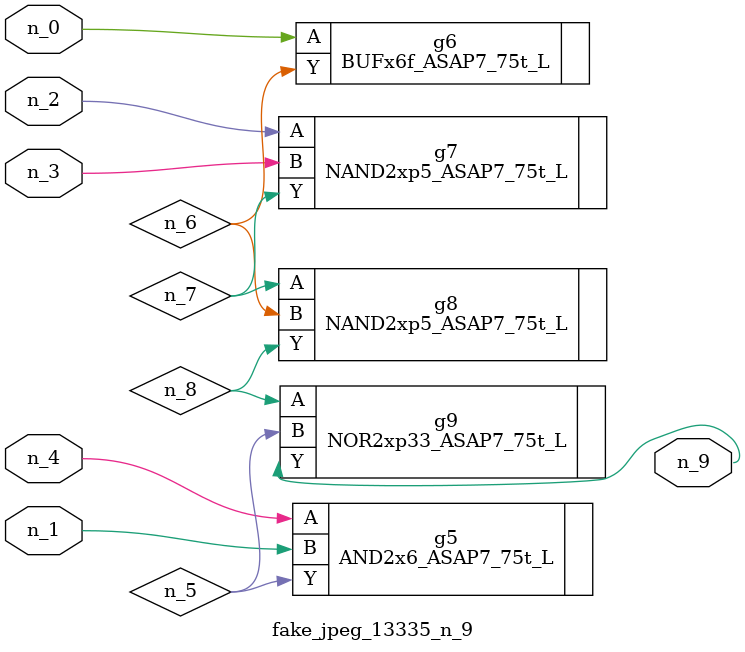
<source format=v>
module fake_jpeg_13335_n_9 (n_3, n_2, n_1, n_0, n_4, n_9);

input n_3;
input n_2;
input n_1;
input n_0;
input n_4;

output n_9;

wire n_8;
wire n_6;
wire n_5;
wire n_7;

AND2x6_ASAP7_75t_L g5 ( 
.A(n_4),
.B(n_1),
.Y(n_5)
);

BUFx6f_ASAP7_75t_L g6 ( 
.A(n_0),
.Y(n_6)
);

NAND2xp5_ASAP7_75t_L g7 ( 
.A(n_2),
.B(n_3),
.Y(n_7)
);

NAND2xp5_ASAP7_75t_L g8 ( 
.A(n_7),
.B(n_6),
.Y(n_8)
);

NOR2xp33_ASAP7_75t_L g9 ( 
.A(n_8),
.B(n_5),
.Y(n_9)
);


endmodule
</source>
